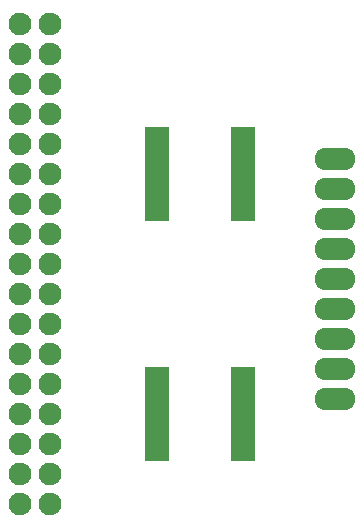
<source format=gbr>
G04 #@! TF.FileFunction,Soldermask,Top*
%FSLAX46Y46*%
G04 Gerber Fmt 4.6, Leading zero omitted, Abs format (unit mm)*
G04 Created by KiCad (PCBNEW 4.0.4-stable) date 02/13/17 09:14:57*
%MOMM*%
%LPD*%
G01*
G04 APERTURE LIST*
%ADD10C,0.100000*%
%ADD11O,3.448000X1.924000*%
%ADD12C,1.930000*%
%ADD13R,2.051000X0.831800*%
G04 APERTURE END LIST*
D10*
D11*
X158826100Y-117063600D03*
X158826100Y-114523600D03*
X158826100Y-111983600D03*
X158826100Y-109443600D03*
X158826100Y-106903600D03*
X158826100Y-104363600D03*
X158826100Y-101823600D03*
X158826100Y-99283600D03*
X158826100Y-96743600D03*
D12*
X134696100Y-125953600D03*
X132156100Y-125953600D03*
X134696100Y-123413600D03*
X132156100Y-123413600D03*
X134696100Y-120873600D03*
X132156100Y-120873600D03*
X134696100Y-118333600D03*
X132156100Y-118333600D03*
X134696100Y-115793600D03*
X132156100Y-115793600D03*
X134696100Y-113253600D03*
X132156100Y-113253600D03*
X134696100Y-110713600D03*
X132156100Y-110713600D03*
X134696100Y-108173600D03*
X132156100Y-108173600D03*
X134696100Y-105633600D03*
X132156100Y-105633600D03*
X134696100Y-103093600D03*
X132156100Y-103093600D03*
X134696100Y-100553600D03*
X132156100Y-100553600D03*
X134696100Y-98013600D03*
X132156100Y-98013600D03*
X134696100Y-95473600D03*
X132156100Y-95473600D03*
X134696100Y-92933600D03*
X132156100Y-92933600D03*
X134696100Y-90393600D03*
X132156100Y-90393600D03*
X134696100Y-87853600D03*
X132156100Y-87853600D03*
X134696100Y-85313600D03*
X132156100Y-85313600D03*
D13*
X143763900Y-114752200D03*
X143763900Y-115412600D03*
X143763900Y-116047600D03*
X143763900Y-116708000D03*
X143763900Y-117368400D03*
X143763900Y-118003400D03*
X143763900Y-118663800D03*
X143763900Y-119298800D03*
X143763900Y-119959200D03*
X143763900Y-120619600D03*
X143763900Y-121254600D03*
X143763900Y-121915000D03*
X151028300Y-121915000D03*
X151028300Y-121254600D03*
X151028300Y-120619600D03*
X151028300Y-119959200D03*
X151028300Y-119298800D03*
X151028300Y-118663800D03*
X151028300Y-118003400D03*
X151028300Y-117368400D03*
X151028300Y-116708000D03*
X151028300Y-116047600D03*
X151028300Y-115412600D03*
X151028300Y-114752200D03*
X143763900Y-94432200D03*
X143763900Y-95092600D03*
X143763900Y-95727600D03*
X143763900Y-96388000D03*
X143763900Y-97048400D03*
X143763900Y-97683400D03*
X143763900Y-98343800D03*
X143763900Y-98978800D03*
X143763900Y-99639200D03*
X143763900Y-100299600D03*
X143763900Y-100934600D03*
X143763900Y-101595000D03*
X151028300Y-101595000D03*
X151028300Y-100934600D03*
X151028300Y-100299600D03*
X151028300Y-99639200D03*
X151028300Y-98978800D03*
X151028300Y-98343800D03*
X151028300Y-97683400D03*
X151028300Y-97048400D03*
X151028300Y-96388000D03*
X151028300Y-95727600D03*
X151028300Y-95092600D03*
X151028300Y-94432200D03*
M02*

</source>
